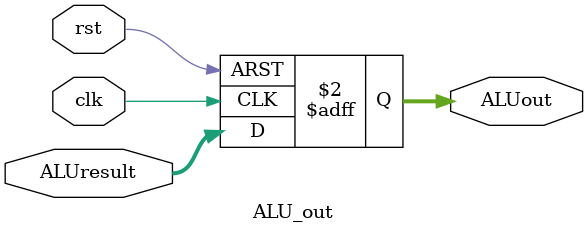
<source format=v>
`timescale 1ns / 1ps


module ALU_out(
    inout clk,
    input rst,
    input [31:0]ALUresult,
    output reg [31:0]ALUout
    );
    
    always@(posedge clk or posedge rst)begin
        if(rst)ALUout<=0;
        else ALUout<=ALUresult;
    end
    
endmodule

</source>
